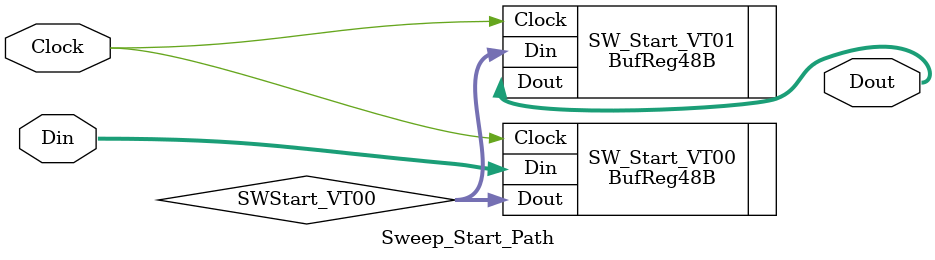
<source format=v>
`timescale	1ns/1ps

module	Sweep_Start_Path(Dout, Din, Clock)	;

output	[47:0]	Dout	;
wire	[47:0]	Dout	;

input	[47:0]	Din	;
wire	[47:0]	Din	;

input	Clock	;
wire	Clock	;

wire	[47:0]	SWStart_VT00	;


BufReg48B		SW_Start_VT00(.Dout(SWStart_VT00), .Din(Din), .Clock(Clock))	;
BufReg48B		SW_Start_VT01(.Dout(Dout), .Din(SWStart_VT00), .Clock(Clock))	;

endmodule

</source>
